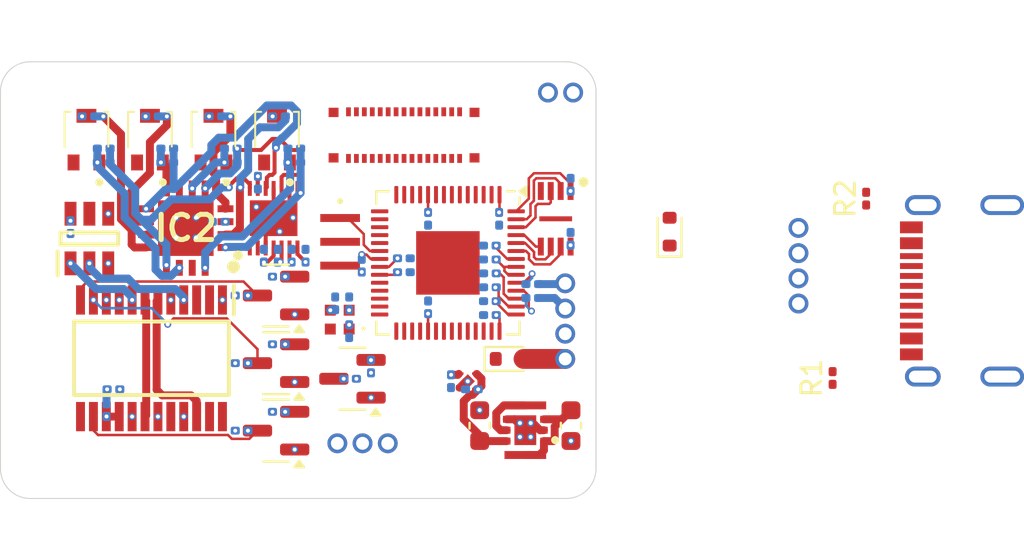
<source format=kicad_pcb>
(kicad_pcb (version 20240108) (generator "pcbnew") (generator_version "8.0")
  (layers (0 "F.Cu" signal) (1 "In1.Cu" signal) (2 "In2.Cu" signal) (31 "B.Cu" signal) (34 "B.Paste" user) (35 "F.Paste" user) (36 "B.SilkS" user "B.Silkscreen") (37 "F.SilkS" user "F.Silkscreen") (38 "B.Mask" user) (39 "F.Mask" user) (44 "Edge.Cuts" user))
  (net 0 "")
  (net 1 "GND")
  (net 2 "/VIN")
  (net 3 "+3V3")
  (net 4 "+5V")
  (net 5 "+3.3V")
  (net 6 "/VOUTA")
  (net 7 "/SPX_RAW")
  (net 8 "/VOUTC")
  (net 9 "/C2_RAW")
  (net 10 "/VOUTB")
  (net 11 "/SPY_RAW")
  (net 12 "/C4_RAW")
  (net 13 "/VOUTD")
  (net 14 "+1V1")
  (net 15 "/USB_VBUS_")
  (net 16 "/3DS_VBUS")
  (net 17 "Net-(IC1-L2)")
  (net 20 "/3DS_C4")
  (net 21 "/3DS_C2")
  (net 22 "/3DS_SPX")
  (net 23 "/3DS_SPY")
  (net 24 "Net-(IC3-FS0)")
  (net 25 "Net-(IC3-FS3(N.C.))")
  (net 26 "/I2C_SDA")
  (net 27 "/I2C_SCL")
  (net 28 "Net-(IC3-FS2(N.C.))")
  (net 29 "Net-(IC3-FS1)")
  (net 30 "/QSPI_SD3")
  (net 31 "/QSPI_SCLK")
  (net 32 "/QSPI_SD2")
  (net 33 "/QSPI_SS")
  (net 34 "/QSPI_SD1")
  (net 35 "/QSPI_SD0")
  (net 36 "Net-(IC5-WIPER)")
  (net 39 "Net-(IC6-WIPER)")
  (net 41 "Net-(IC7-WIPER)")
  (net 43 "Net-(IC8-WIPER)")
  (net 45 "/AGND")
  (net 46 "/3DS_TSXM")
  (net 47 "/3DS_TSYP")
  (net 48 "/3DS_TSXP")
  (net 49 "Net-(IC10-D)")
  (net 51 "/SPI_SCK_5V")
  (net 52 "Net-(IC9-A4)")
  (net 53 "/SPI_TX_5V")
  (net 54 "Net-(IC9-B4)")
  (net 55 "/3DS_TSYM")
  (net 57 "Net-(IC10-S)")
  (net 58 "/SPI_CS_5V")
  (net 59 "/SPST_IN")
  (net 61 "/USB_DP")
  (net 62 "/USB_DN")
  (net 63 "Net-(J1-CC1)")
  (net 64 "/USB_GND")
  (net 66 "/USB_VBUS")
  (net 68 "Net-(J1-CC2)")
  (net 69 "/USB_DN_")
  (net 70 "/USB_DP_")
  (net 71 "Net-(J4-Pin_2)")
  (net 72 "/SWCLK")
  (net 73 "/SWD")
  (net 74 "/3DS_BTN10")
  (net 75 "/3DS_BTN2")
  (net 76 "/3DS_BTN14")
  (net 77 "/3DS_BTN0")
  (net 78 "/3DS_BTN6")
  (net 79 "/3DS_BTN11")
  (net 80 "/3DS_BTN12")
  (net 81 "/3DS_BTN1")
  (net 82 "/3DS_BTN5")
  (net 83 "/3DS_BTN7")
  (net 84 "/3DS_BTN15")
  (net 85 "/3DS_BTN13")
  (net 86 "/3DS_BTN3")
  (net 87 "/3DS_BTN4")
  (net 88 "/3DS_BTN9")
  (net 89 "/3DS_BTN8")
  (net 90 "Net-(LED1-DIN)")
  (net 91 "Net-(LED1-DOUT)")
  (net 92 "/SPI_SCK")
  (net 93 "/SPI_CS")
  (net 94 "/SPI_TX")
  (net 95 "/LED_DIN")
  (net 96 "/LED_DIN_5V")
  (net 97 "Net-(Y1-OUTPUT)")
  (net 98 "/XOUT")
  (net 100 "Net-(U2-USB_DP)")
  (net 101 "Net-(U2-USB_DM)")
  (net 106 "/XIN")
  (footprint "Capacitor_SMD:C_0603_1608Metric" (layer "F.Cu") (at 174.14 88.33 90)
    (property "Reference" "C3" (hide yes))
    (property "Value" "10u")
  )
  (footprint "Package_DFN_QFN:QFN-56-1EP_7x7mm_P0.4mm_EP3.2x3.2mm" (layer "F.Cu") (at 172.54 80.1325 -90)
    (property "Reference" "U2" (hide yes))
    (property "Value" "RP2040")
  )
  (footprint "my_2171790001:2171790001" (layer "F.Cu") (at 195.315 81.54 90)
    (property "Reference" "J1" (hide yes))
    (property "Value" "2171790001")
  )
  (footprint "SK6805-EC15:SK6805EC15" (layer "F.Cu") (at 167.09 82.99 90)
    (property "Reference" "LED1" (hide yes))
    (property "Value" "SK6805-EC15" (hide yes))
  )
  (footprint "TC42X-2-102E:TC42X2102E" (layer "F.Cu") (at 158.18 75.0725)
    (property "Reference" "IC6" (hide yes))
    (property "Value" "TC42X-2-102E" (hide yes))
  )
  (footprint "AD8403ARUZ1-REEL:SOP65P640X120-24N" (layer "F.Cu") (at 157.60625 84.937047 -90)
    (property "Reference" "IC9" (hide yes))
    (property "Value" "AD8403ARUZ1-REEL" (hide yes))
  )
  (footprint "XCL103D503CR-G:XCL103D503CRG" (layer "F.Cu") (at 176.74 88.56 90)
    (property "Reference" "IC1" (hide yes))
    (property "Value" "XCL103D503CR-G" (hide yes))
  )
  (footprint "NCP167AMX330TBG:XDFN4_1X1_711AJ_ONS" (layer "F.Cu") (at 173.5414 86.09615)
    (property "Reference" "U1" (hide yes))
    (property "Value" "NCP167AMX330TBG")
  )
  (footprint "conn:PinHeader_1x02_P1.27mm_Vertical" (layer "F.Cu") (at 178.85 71.55 -90)
    (property "Reference" "J4" (hide yes))
    (property "Value" "Conn_01x02")
  )
  (footprint "Package_TO_SOT_SMD:SOT-23" (layer "F.Cu") (at 167.7325 85.97 180)
    (property "Reference" "Q4" (hide yes))
    (property "Value" "BSS138" (hide yes))
  )
  (footprint "TC42X-2-102E:TC42X2102E" (layer "F.Cu") (at 154.98 75.0725)
    (property "Reference" "IC8" (hide yes))
    (property "Value" "TC42X-2-102E" (hide yes))
  )
  (footprint "Package_TO_SOT_SMD:SOT-23" (layer "F.Cu") (at 163.88375 88.5825 180)
    (property "Reference" "Q1" (hide yes))
    (property "Value" "BSS138" (hide yes))
  )
  (footprint "DS4424N+T&R:SON40P300X300X80-15N" (layer "F.Cu") (at 163.76 77.88 90)
    (property "Reference" "IC3" (hide yes))
    (property "Value" "DS4424N+T&R" (hide yes))
  )
  (footprint "AWSCR-12.00CELA-C33-T3:AWSCR1200CELAC33T3" (layer "F.Cu") (at 167.11 79.07 -90)
    (property "Reference" "Y1" (hide yes))
    (property "Value" "AWSCR-12.00CELA-C10-T3" (hide yes))
  )
  (footprint "Resistor_SMD:R_0201_0603Metric" (layer "F.Cu") (at 191.92 85.93 90)
    (property "Reference" "R1")
    (property "Value" "5.1k")
  )
  (footprint "Resistor_SMD:R_0201_0603Metric" (layer "F.Cu") (at 193.61 76.895 90)
    (property "Reference" "R2")
    (property "Value" "5.1k")
  )
  (footprint "conn:PinHeader_1x04_P1.27mm_Vertical" (layer "F.Cu") (at 190.2 78.37)
    (property "Reference" "J2" (hide yes))
    (property "Value" "Conn_01x04")
  )
  (footprint "ADG801BRTZ-REEL7:SOT95P280X145-6N" (layer "F.Cu") (at 154.4775 78.905 90)
    (property "Reference" "IC10" (hide yes))
    (property "Value" "ADG801BRTZ-REEL7" (hide yes))
  )
  (footprint "Package_TO_SOT_SMD:SOT-23" (layer "F.Cu") (at 163.88375 81.775 180)
    (property "Reference" "Q3" (hide yes))
    (property "Value" "BSS138" (hide yes))
  )
  (footprint "MCP659-E_ML:QFN65P400X400X100-17N-D" (layer "F.Cu") (at 159.335 78.38 180)
    (property "Reference" "IC2")
    (property "Value" "MCP659-E_ML" (hide yes))
  )
  (footprint "TC42X-2-102E:TC42X2102E" (layer "F.Cu") (at 164.58 75.0725)
    (property "Reference" "IC5" (hide yes))
    (property "Value" "TC42X-2-102E" (hide yes))
  )
  (footprint "conn:PinHeader_1x04_P1.27mm_Vertical" (layer "F.Cu") (at 178.45 81.16)
    (property "Reference" "J3" (hide yes))
    (property "Value" "Conn_01x04")
  )
  (footprint "Package_TO_SOT_SMD:SOT-23" (layer "F.Cu") (at 163.88375 85.1825 180)
    (property "Reference" "Q2" (hide yes))
    (property "Value" "BSS138" (hide yes))
  )
  (footprint "Diode_SMD:D_SOD-523" (layer "F.Cu") (at 175.65 84.97)
    (property "Reference" "D1" (hide yes))
    (property "Value" "D_Schottky")
  )
  (footprint "conn:PinHeader_1x03_P1.27mm_Vertical" (layer "F.Cu") (at 169.51 89.22 -90)
    (property "Reference" "J5" (hide yes))
    (property "Value" "Conn_01x03")
  )
  (footprint "W25Q16JVUXIQ:SON50P300X200X60-9N" (layer "F.Cu") (at 177.97 77.91 -90)
    (property "Reference" "IC4" (hide yes))
    (property "Value" "W25Q16JVUXIQ" (hide yes))
  )
  (footprint "TC42X-2-102E:TC42X2102E" (layer "F.Cu") (at 161.38 75.0725)
    (property "Reference" "IC7" (hide yes))
    (property "Value" "TC42X-2-102E" (hide yes))
  )
  (footprint "5055503020:5055503020" (layer "F.Cu") (at 170.33 73.695 180)
    (property "Reference" "J6" (hide yes))
    (property "Value" "Conn_02x17_Counter_Clockwise")
  )
  (footprint "Capacitor_SMD:C_0603_1608Metric" (layer "F.Cu") (at 178.74 88.33 -90)
    (property "Reference" "C1" (hide yes))
    (property "Value" "10u")
  )
  (footprint "Diode_SMD:D_SOD-523" (layer "F.Cu") (at 183.71 78.5575 90)
    (property "Reference" "D2" (hide yes))
    (property "Value" "D_Schottky")
  )
  (footprint "Resistor_SMD:R_0201_0603Metric" (layer "B.Cu") (at 164.02125 87.6325)
    (property "Reference" "R22" (hide yes))
    (property "Value" "10k")
  )
  (footprint "Resistor_SMD:R_0201_0603Metric" (layer "B.Cu") (at 164.6675 79.77 -90)
    (property "Reference" "R5" (hide yes))
    (property "Value" "43k")
  )
  (footprint "Resistor_SMD:R_0201_0603Metric" (layer "B.Cu") (at 154.43 72.75 180)
    (property "Reference" "R16" (hide yes))
    (property "Value" "750")
  )
  (footprint "Resistor_SMD:R_0201_0603Metric" (layer "B.Cu") (at 168.66518 85.350178 90)
    (property "Reference" "R27" (hide yes))
    (property "Value" "10k")
  )
  (footprint "Capacitor_SMD:C_0201_0603Metric" (layer "B.Cu") (at 155.2 74.3725 180)
    (property "Reference" "C11" (hide yes))
    (property "Value" "10n")
  )
  (footprint "Capacitor_SMD:C_0201_0603Metric" (layer "B.Cu") (at 171.54 82.37 90)
    (property "Reference" "C21" (hide yes))
    (property "Value" "100n")
  )
  (footprint "Capacitor_SMD:C_0201_0603Metric" (layer "B.Cu") (at 178.72 78.92 90)
    (property "Reference" "C9" (hide yes))
    (property "Value" "100n")
  )
  (footprint "Resistor_SMD:R_0201_0603Metric" (layer "B.Cu") (at 162.14625 81.775)
    (property "Reference" "R28" (hide yes))
    (property "Value" "10k")
  )
  (footprint "Resistor_SMD:R_0201_0603Metric" (layer "B.Cu") (at 164.03 72.75 180)
    (property "Reference" "R9" (hide yes))
    (property "Value" "750")
  )
  (footprint "Capacitor_SMD:C_0201_0603Metric" (layer "B.Cu") (at 160.995 78.06)
    (property "Reference" "C2" (hide yes))
    (property "Value" "100n")
  )
  (footprint "Resistor_SMD:R_0201_0603Metric" (layer "B.Cu") (at 167.61 85.97 180)
    (property "Reference" "R29" (hide yes))
    (property "Value" "10k")
  )
  (footprint "Resistor_SMD:R_0201_0603Metric" (layer "B.Cu") (at 164.02125 84.2325)
    (property "Reference" "R23" (hide yes))
    (property "Value" "10k")
  )
  (footprint "Capacitor_SMD:C_0201_0603Metric" (layer "B.Cu") (at 173.745 86.5 180)
    (property "Reference" "C8" (hide yes))
    (property "Value" "1u")
  )
  (footprint "Resistor_SMD:R_0201_0603Metric" (layer "B.Cu") (at 165.3675 79.77 -90)
    (property "Reference" "R6" (hide yes))
    (property "Value" "43k")
  )
  (footprint "Capacitor_SMD:C_0201_0603Metric" (layer "B.Cu") (at 155.34125 87.549047 90)
    (property "Reference" "C19" (hide yes))
    (property "Value" "100n")
  )
  (footprint "Capacitor_SMD:C_0201_0603Metric" (layer "B.Cu") (at 174.65 79.96 180)
    (property "Reference" "C17" (hide yes))
    (property "Value" "100n")
  )
  (footprint "Resistor_SMD:R_0201_0603Metric" (layer "B.Cu") (at 164.8 75.075 180)
    (property "Reference" "R10" (hide yes))
    (property "Value" "1.2k")
  )
  (footprint "Capacitor_SMD:C_0201_0603Metric" (layer "B.Cu") (at 174.655 82.06 180)
    (property "Reference" "C25" (hide yes))
    (property "Value" "100n")
  )
  (footprint "Resistor_SMD:R_0201_0603Metric" (layer "B.Cu") (at 160.83 72.75 180)
    (property "Reference" "R14" (hide yes))
    (property "Value" "750")
  )
  (footprint "Resistor_SMD:R_0201_0603Metric" (layer "B.Cu") (at 168.2 80.27 -90)
    (property "Reference" "R8" (hide yes))
    (property "Value" "1k")
  )
  (footprint "Capacitor_SMD:C_0201_0603Metric" (layer "B.Cu") (at 174.655 81.36 180)
    (property "Reference" "C16" (hide yes))
    (property "Value" "1u")
  )
  (footprint "Capacitor_SMD:C_0201_0603Metric" (layer "B.Cu") (at 174.655 82.76 180)
    (property "Reference" "C20" (hide yes))
    (property "Value" "100n")
  )
  (footprint "Resistor_SMD:R_0201_0603Metric" (layer "B.Cu") (at 176.79 81.9 180)
    (property "Reference" "R20" (hide yes))
    (property "Value" "27")
  )
  (footprint "Resistor_SMD:R_0201_0603Metric" (layer "B.Cu") (at 157.63 72.75 180)
    (property "Reference" "R11" (hide yes))
    (property "Value" "750")
  )
  (footprint "Capacitor_SMD:C_0201_0603Metric" (layer "B.Cu") (at 175.12 77.91 -90)
    (property "Reference" "C24" (hide yes))
    (property "Value" "100n")
  )
  (footprint "Capacitor_SMD:C_0201_0603Metric" (layer "B.Cu") (at 172.695 86.09 -90)
    (property "Reference" "C4" (hide yes))
    (property "Value" "1u")
  )
  (footprint "Resistor_SMD:R_0201_0603Metric" (layer "B.Cu") (at 158.4 75.0725 180)
    (property "Reference" "R12" (hide yes))
    (property "Value" "43")
  )
  (footprint "Resistor_SMD:R_0201_0603Metric" (layer "B.Cu") (at 178.72 76.195 -90)
    (property "Reference" "R7" (hide yes))
    (property "Value" "1k")
  )
  (footprint "Capacitor_SMD:C_0201_0603Metric" (layer "B.Cu") (at 162.9675 76.09 -90)
    (property "Reference" "C5" (hide yes))
    (property "Value" "100n")
  )
  (footprint "Capacitor_SMD:C_0201_0603Metric" (layer "B.Cu") (at 170.32 79.9)
    (property "Reference" "C22" (hide yes))
    (property "Value" "100n")
  )
  (footprint "Resistor_SMD:R_0201_0603Metric" (layer "B.Cu") (at 167.565 83.57 90)
    (property "Reference" "R13" (hide yes))
    (property "Value" "510")
  )
  (footprint "Resistor_SMD:R_0201_0603Metric" (layer "B.Cu") (at 164.02125 80.825)
    (property "Reference" "R26" (hide yes))
    (property "Value" "10k")
  )
  (footprint "Capacitor_SMD:C_0201_0603Metric" (layer "B.Cu") (at 164.8 74.3725 180)
    (property "Reference" "C6" (hide yes))
    (property "Value" "10n")
  )
  (footprint "Resistor_SMD:R_0201_0603Metric" (layer "B.Cu") (at 163.2675 79.77 90)
    (property "Reference" "R3" (hide yes))
    (property "Value" "160k")
  )
  (footprint "Capacitor_SMD:C_0201_0603Metric" (layer "B.Cu") (at 174.65 79.26 180)
    (property "Reference" "C13" (hide yes))
    (property "Value" "100n")
  )
  (footprint "Capacitor_SMD:C_0201_0603Metric" (layer "B.Cu") (at 171.54 77.91 -90)
    (property "Reference" "C23" (hide yes))
    (property "Value" "100n")
  )
  (footprint "Capacitor_SMD:C_0201_0603Metric" (layer "B.Cu") (at 161.6 74.3725 180)
    (property "Reference" "C10" (hide yes))
    (property "Value" "10n")
  )
  (footprint "Resistor_SMD:R_0201_0603Metric" (layer "B.Cu") (at 155.2 75.0725 180)
    (property "Reference" "R17" (hide yes))
    (property "Value" "43")
  )
  (footprint "Resistor_SMD:R_0201_0603Metric" (layer "B.Cu") (at 166.86 82.17 90)
    (property "Reference" "R18" (hide yes))
    (property "Value" "510")
  )
  (footprint "Resistor_SMD:R_0201_0603Metric" (layer "B.Cu") (at 162.14625 88.5825)
    (property "Reference" "R24" (hide yes))
    (property "Value" "10k")
  )
  (footprint "Capacitor_SMD:C_0201_0603Metric" (layer "B.Cu") (at 170.32 80.6)
    (property "Reference" "C14" (hide yes))
    (property "Value" "100n")
  )
  (footprint "Capacitor_SMD:C_0201_0603Metric" (layer "B.Cu") (at 153.5275 78.33 -90)
    (property "Reference" "C18" (hide yes))
    (property "Value" "100n")
  )
  (footprint "Resistor_SMD:R_0201_0603Metric" (layer "B.Cu") (at 155.69125 86.499047 180)
    (property "Reference" "R21" (hide yes))
    (property "Value" "0")
  )
  (footprint "Resistor_SMD:R_0201_0603Metric" (layer "B.Cu") (at 162.14625 85.1825)
    (property "Reference" "R25" (hide yes))
    (property "Value" "10k")
  )
  (footprint "Capacitor_SMD:C_0201_0603Metric" (layer "B.Cu") (at 174.655 80.66 180)
    (property "Reference" "C15" (hide yes))
    (property "Value" "1u")
  )
  (footprint "Capacitor_SMD:C_0201_0603Metric" (layer "B.Cu") (at 158.4 74.3725 180)
    (property "Reference" "C7" (hide yes))
    (property "Value" "10n")
  )
  (footprint "Resistor_SMD:R_0201_0603Metric" (layer "B.Cu") (at 176.79 81.2 180)
    (property "Reference" "R19" (hide yes))
    (property "Value" "27")
  )
  (footprint "Resistor_SMD:R_0201_0603Metric" (layer "B.Cu") (at 163.9675 79.77 -90)
    (property "Reference" "R4" (hide yes))
    (property "Value" "160k")
  )
  (footprint "Capacitor_SMD:C_0201_0603Metric" (layer "B.Cu") (at 167.565 82.17 90)
    (property "Reference" "C12" (hide yes))
    (property "Value" "100n")
  )
  (footprint "Resistor_SMD:R_0201_0603Metric" (layer "B.Cu") (at 161.6 75.0725 180)
    (property "Reference" "R15" (hide yes))
    (property "Value" "1.2k")
  )
  (gr_arc (start 178.5 70) (mid 179.56066 70.43934) (end 180 71.5) (stroke (width 0.05)) (layer "Edge.Cuts"))
  (gr_line (start 178.5 70) (end 151.5 70) (stroke (width 0.05)) (layer "Edge.Cuts"))
  (gr_line (start 151.5 92) (end 178.5 92) (stroke (width 0.05)) (layer "Edge.Cuts"))
  (gr_line (start 150 71.5) (end 150 90.5) (stroke (width 0.05)) (layer "Edge.Cuts"))
  (gr_arc (start 180 90.5) (mid 179.56066 91.56066) (end 178.5 92) (stroke (width 0.05)) (layer "Edge.Cuts"))
  (gr_arc (start 150 71.5) (mid 150.43934 70.43934) (end 151.5 70) (stroke (width 0.05)) (layer "Edge.Cuts"))
  (gr_arc (start 151.5 92) (mid 150.43934 91.56066) (end 150 90.5) (stroke (width 0.05)) (layer "Edge.Cuts"))
  (gr_line (start 180 90.5) (end 180 71.5) (stroke (width 0.05)) (layer "Edge.Cuts"))
  (segment (start 176.18 88.27) (end 176.18 88.3) (width 0.4) (layer "F.Cu") (net 1))
  (segment (start 176.18 88.3) (end 176.14 88.26) (width 0.4) (layer "F.Cu") (net 1))
  (segment (start 176.17 88.62) (end 176.44 88.56) (width 0.4) (layer "F.Cu") (net 1))
  (segment (start 163.76 76.38) (end 163.76 77.88) (width 0.2) (layer "F.Cu") (net 1))
  (segment (start 158.7575 78.725) (end 158.7775 78.705) (width 0.4) (layer "F.Cu") (net 1))
  (segment (start 176.42 88.07) (end 176.53 88.26) (width 0.4) (layer "F.Cu") (net 1))
  (segment (start 159.01 78.84978) (end 159.2575 78.725) (width 0.4) (layer "F.Cu") (net 1))
  (segment (start 176.53 88.6) (end 176.52 88.61) (width 0.4) (layer "F.Cu") (net 1))
  (segment (start 178.74 89.105) (end 178.74 89.1) (width 0.127) (layer "F.Cu") (net 1))
  (segment (start 158.7375 78.705) (end 158.7575 78.725) (width 0.4) (layer "F.Cu") (net 1))
  (segment (start 164.56 76.38) (end 164.56 77.08) (width 0.2) (layer "F.Cu") (net 1))
  (segment (start 176.53 88.26) (end 176.53 88.31) (width 0.4) (layer "F.Cu") (net 1))
  (segment (start 176.15 88.27) (end 176.18 88.27) (width 0.4) (layer "F.Cu") (net 1))
  (segment (start 163.36 79.38) (end 163.36 78.28) (width 0.2) (layer "F.Cu") (net 1))
  (segment (start 173.5414 86.09615) (end 173.45885 86.09615) (width 0.4) (layer "F.Cu") (net 1))
  (segment (start 163.36 78.41478) (end 163.76 78.01478) (width 0.2) (layer "F.Cu") (net 1))
  (segment (start 159.2575 78.725) (end 159.2575 78.225) (width 0.4) (layer "F.Cu") (net 1))
  (segment (start 176.58 88.56) (end 176.44 88.56) (width 0.4) (layer "F.Cu") (net 1))
  (segment (start 176.88 88.26) (end 176.58 88.56) (width 0.4) (layer "F.Cu") (net 1))
  (segment (start 176.53 88.31) (end 176.42 88.42) (width 0.4) (layer "F.Cu") (net 1))
  (segment (start 158.7775 78.705) (end 159.01 78.705) (width 0.4) (layer "F.Cu") (net 1))
  (segment (start 176.53 88.53) (end 176.53 88.6) (width 0.4) (layer "F.Cu") (net 1))
  (segment (start 176.14 88.26) (end 176.42 88.07) (width 0.4) (layer "F.Cu") (net 1))
  (segment (start 176.42 88.77) (end 176.17 88.62) (width 0.4) (layer "F.Cu") (net 1))
  (segment (start 177.378 88.56) (end 177.18 88.56) (width 0.4) (layer "F.Cu") (net 1))
  (segment (start 175.503 88.01) (end 175.89 88.01) (width 0.4) (layer "F.Cu") (net 1))
  (segment (start 164.56 77.21478) (end 163.76 78.01478) (width 0.2) (layer "F.Cu") (net 1))
  (segment (start 176.42 88.42) (end 176.53 88.53) (width 0.4) (layer "F.Cu") (net 1))
  (segment (start 176.53 88.65) (end 176.42 88.77) (width 0.4) (layer "F.Cu") (net 1))
  (segment (start 159.2575 78.225) (end 159.335 78.52478) (width 0.4) (layer "F.Cu") (net 1))
  (segment (start 157.335 78.705) (end 158.7375 78.705) (width 0.4) (layer "F.Cu") (net 1))
  (segment (start 176.52 88.61) (end 176.53 88.62) (width 0.4) (layer "F.Cu") (net 1))
  (segment (start 173.45885 86.09615) (end 173.135 86.42) (width 0.4) (layer "F.Cu") (net 1))
  (segment (start 176.53 88.62) (end 176.53 88.65) (width 0.4) (layer "F.Cu") (net 1))
  (segment (start 174.14 87.555) (end 174.14 87.55) (width 0.127) (layer "F.Cu") (net 1))
  (segment (start 175.89 88.01) (end 176.15 88.27) (width 0.4) (layer "F.Cu") (net 1))
  (segment (start 177.18 88.56) (end 176.88 88.26) (width 0.4) (layer "F.Cu") (net 1))
  (via (at 159.8475 78.855) (size 0.35) (drill 0.2) (layers "F.Cu" "B.Cu") (net 1))
  (via (at 164.7375 77.855) (size 0.35) (drill 0.2) (layers "F.Cu" "B.Cu") (net 1))
  (via (at 162.8875 77.315) (size 0.35) (drill 0.2) (layers "F.Cu" "B.Cu") (net 1))
  (via (at 176.71 88.9) (size 0.35) (drill 0.2) (layers "F.Cu" "B.Cu") (net 1))
  (via (at 159.8475 77.855) (size 0.35) (drill 0.2) (layers "F.Cu" "B.Cu") (net 1))
  (via (at 158.8475 78.855) (size 0.35) (drill 0.2) (layers "F.Cu" "B.Cu") (net 1))
  (via (at 174.14 87.55) (size 0.35) (drill 0.2) (layers "F.Cu" "B.Cu") (net 1))
  (via (at 176.17 88.9) (size 0.35) (drill 0.2) (layers "F.Cu" "B.Cu") (net 1))
  (via (at 155.37125 86.499047) (size 0.35) (drill 0.2) (layers "F.Cu" "B.Cu") (net 1))
  (via (at 176.17 88.2) (size 0.35) (drill 0.2) (layers "F.Cu" "B.Cu") (net 1))
  (via (at 155.4275 80.155) (size 0.35) (drill 0.2) (layers "F.Cu" "B.Cu") (net 1))
  (via (at 164.0675 78.555) (size 0.35) (drill 0.2) (layers "F.Cu" "B.Cu") (net 1))
  (via (at 178.74 89.1) (size 0.35) (drill 0.2) (layers "F.Cu" "B.Cu") (net 1))
  (via (at 155.98125 81.999047) (size 0.35) (drill 0.2) (layers "F.Cu" "B.Cu") (net 1))
  (via (at 153.5275 78.65) (size 0.35) (drill 0.2) (layers "F.Cu" "B.Cu") (net 1))
  (via (at 173.5414 86.09615) (size 0.35) (drill 0.2) (layers "F.Cu" "B.Cu") (net 1))
  (via (at 176.71 88.2) (size 0.35) (drill 0.2) (layers "F.Cu" "B.Cu") (net 1))
  (via (at 158.8475 77.855) (size 0.35) (drill 0.2) (layers "F.Cu" "B.Cu") (net 1))
  (segment (start 155.34125 87.229047) (end 155.34125 86.529047) (width 0.4) (layer "B.Cu") (net 1))
  (segment (start 155.34125 86.529047) (end 155.37125 86.499047) (width 0.4) (layer "B.Cu") (net 1))
  (segment (start 177.92 88.375) (end 178.74 87.555) (width 0.4) (layer "F.Cu") (net 2))
  (segment (start 177.8445 89.11) (end 177.92 89.0345) (width 0.4) (layer "F.Cu") (net 2))
  (segment (start 177.378 88.01) (end 178.285 88.01) (width 0.4) (layer "F.Cu") (net 2))
  (segment (start 177.378 89.11) (end 177.378 89.576) (width 0.4) (layer "F.Cu") (net 2))
  (segment (start 177.378 89.11) (end 177.8445 89.11) (width 0.4) (layer "F.Cu") (net 2))
  (segment (start 178.285 88.01) (end 178.74 87.555) (width 0.4) (layer "F.Cu") (net 2))
  (segment (start 177.144 89.81) (end 176.44 89.81) (width 0.4) (layer "F.Cu") (net 2))
  (segment (start 177.92 89.0345) (end 177.92 88.375) (width 0.4) (layer "F.Cu") (net 2))
  (segment (start 177.378 89.576) (end 177.144 89.81) (width 0.4) (layer "F.Cu") (net 2))
  (segment (start 162.96 76.38) (end 162.96 75.7775) (width 0.2) (layer "F.Cu") (net 3))
  (segment (start 175.6125 82.7325) (end 175.9775 82.7325) (width 0.127) (layer "F.Cu") (net 3))
  (segment (start 171.54 76.695) (end 171.54 77.59) (width 0.127) (layer "F.Cu") (net 3))
  (segment (start 175.14 83.57) (end 175.14 82.925) (width 0.127) (layer "F.Cu") (net 3))
  (segment (start 175.9775 80.3325) (end 175.3425 80.3325) (width 0.127) (layer "F.Cu") (net 3))
  (segment (start 169.5675 80.3325) (end 170 79.9) (width 0.127) (layer "F.Cu") (net 3))
  (segment (start 175.5725 82.7325) (end 174.935 82.095) (width 0.127) (layer "F.Cu") (net 3))
  (segment (start 175.3425 80.3325) (end 175.3885 80.3785) (width 0.127) (layer "F.Cu") (net 3))
  (segment (start 175.0955 81.5355) (end 175.0955 81.829504) (width 0.127) (layer "F.Cu") (net 3))
  (segment (start 175.0955 81.829504) (end 175.598496 82.3325) (width 0.127) (layer "F.Cu") (net 3))
  (segment (start 175.3425 80.3325) (end 174.97 79.96) (width 0.127) (layer "F.Cu") (net 3))
  (segment (start 175.3885 80.53929) (end 175.58171 80.7325) (width 0.127) (layer "F.Cu") (net 3))
  (segment (start 175.3885 80.3785) (end 175.3885 80.53929) (width 0.127) (layer "F.Cu") (net 3))
  (segment (start 175.14 82.925) (end 174.975 82.76) (width 0.127) (layer "F.Cu") (net 3))
  (segment (start 175.9775 82.7325) (end 175.5725 82.7325) (width 0.127) (layer "F.Cu") (net 3))
  (segment (start 175.14 76.695) (end 175.14 77.57) (width 0.127) (layer "F.Cu") (net 3))
  (segment (start 174.975 82.06) (end 174.975 82.095) (width 0.127) (layer "F.Cu") (net 3))
  (segment (start 175.58171 80.7325) (end 175.9775 80.7325) (width 0.127) (layer "F.Cu") (net 3))
  (segment (start 175.598496 82.3325) (end 175.9775 82.3325) (width 0.127) (layer "F.Cu") (net 3))
  (segment (start 174.93 81.37) (end 175.0955 81.5355) (width 0.127) (layer "F.Cu") (net 3))
  (segment (start 169.1025 80.3325) (end 169.5675 80.3325) (width 0.127) (layer "F.Cu") (net 3))
  (segment (start 171.54 83.57) (end 171.54 82.69) (width 0.127) (layer "F.Cu") (net 3))
  (segment (start 153.5275 77.655) (end 153.5275 77.66) (width 0.2) (layer "F.Cu") (net 3))
  (segment (start 175.14 77.57) (end 175.12 77.59) (width 0.127) (layer "F.Cu") (net 3))
  (segment (start 174.935 82.095) (end 174.935 82.06) (width 0.127) (layer "F.Cu") (net 3))
  (segment (start 178.72 79.31) (end 178.72 79.24) (width 0.127) (layer "F.Cu") (net 3))
  (segment (start 162.96 75.7775) (end 162.9675 75.77) (width 0.2) (layer "F.Cu") (net 3))
  (via (at 171.54 82.69) (size 0.35) (drill 0.2) (layers "F.Cu" "B.Cu") (net 3))
  (via (at 171.54 77.59) (size 0.35) (drill 0.2) (layers "F.Cu" "B.Cu") (net 3))
  (via (at 153.5275 78.01) (size 0.35) (drill 0.2) (layers "F.Cu" "B.Cu") (net 3))
  (via (at 178.72 79.24) (size 0.35) (drill 0.2) (layers "F.Cu" "B.Cu") (net 3))
  (via (at 174.97 79.96) (size 0.35) (drill 0.2) (layers "F.Cu" "B.Cu") (net 3))
  (via (at 162.9675 75.77) (size 0.35) (drill 0.2) (layers "F.Cu" "B.Cu") (net 3))
  (via (at 161.335 78.055) (size 0.35) (drill 0.2) (layers "F.Cu" "B.Cu") (net 3))
  (via (at 174.935 82.06) (size 0.35) (drill 0.2) (layers "F.Cu" "B.Cu") (net 3))
  (via (at 170 79.9) (size 0.35) (drill 0.2) (layers "F.Cu" "B.Cu") (net 3))
  (via (at 175.12 77.59) (size 0.35) (drill 0.2) (layers "F.Cu" "B.Cu") (net 3))
  (via (at 174.975 82.76) (size 0.35) (drill 0.2) (layers "F.Cu" "B.Cu") (net 3))
  (via (at 174.93 81.37) (size 0.35) (drill 0.2) (layers "F.Cu" "B.Cu") (net 3))
  (segment (start 161.315 78.06) (end 161.33 78.06) (width 0.127) (layer "B.Cu") (net 3))
  (segment (start 174.94 81.36) (end 174.93 81.37) (width 0.127) (layer "B.Cu") (net 3))
  (segment (start 174.975 81.36) (end 174.94 81.36) (width 0.127) (layer "B.Cu") (net 3))
  (segment (start 161.33 78.06) (end 161.335 78.055) (width 0.127) (layer "B.Cu") (net 3))
  (segment (start 174.14 88.81688) (end 173.338 88.01488) (width 0.4) (layer "F.Cu") (net 4))
  (segment (start 174.065 86.5) (end 174.22761 86.33739) (width 0.4) (layer "F.Cu") (net 4))
  (segment (start 173.787 86.778) (end 174.065 86.5) (width 0.4) (layer "F.Cu") (net 4))
  (segment (start 173.338 88.01488) (end 173.338 87.09512) (width 0.4) (layer "F.Cu") (net 4))
  (segment (start 173.65512 86.778) (end 173.787 86.778) (width 0.4) (layer "F.Cu") (net 4))
  (segment (start 174.14 89.105) (end 174.14 88.81688) (width 0.4) (layer "F.Cu") (net 4))
  (segment (start 174.22761 86.33739) (end 174.22761 85.960702) (width 0.4) (layer "F.Cu") (net 4))
  (segment (start 173.338 87.09512) (end 173.65512 86.778) (width 0.4) (layer "F.Cu") (net 4))
  (segment (start 155.98125 87.875047) (end 155.33125 87.875047) (width 0.4) (layer "F.Cu") (net 4))
  (segment (start 174.145 89.11) (end 174.14 89.105) (width 0.4) (layer "F.Cu") (net 4))
  (segment (start 155.33125 87.875047) (end 155.33525 87.875047) (width 0.2) (layer "F.Cu") (net 4))
  (segment (start 155.33525 87.875047) (end 155.34125 87.869047) (width 0.2) (layer "F.Cu") (net 4))
  (segment (start 175.503 89.11) (end 174.145 89.11) (width 0.4) (layer "F.Cu") (net 4))
  (segment (start 174.22761 85.960702) (end 173.993504 85.726596) (width 0.4) (layer "F.Cu") (net 4))
  (via (at 174.065 86.5) (size 0.35) (drill 0.2) (layers "F.Cu" "B.Cu") (net 4))
  (via (at 161.82625 88.5825) (size 0.35) (drill 0.2) (layers "F.Cu" "B.Cu") (net 4))
  (via (at 167.93 85.97) (size 0.35) (drill 0.2) (layers "F.Cu" "B.Cu") (net 4))
  (via (at 161.82625 81.775) (size 0.35) (drill 0.2) (layers "F.Cu" "B.Cu") (net 4))
  (via (at 155.34125 87.869047) (size 0.35) (drill 0.2) (layers "F.Cu" "B.Cu") (net 4))
  (via (at 161.82625 85.1825) (size 0.35) (drill 0.2) (layers "F.Cu" "B.Cu") (net 4))
  (via (at 155.33125 81.999047) (size 0.35) (drill 0.2) (layers "F.Cu" "B.Cu") (net 4))
  (via (at 167.565 82.515) (size 0.35) (drill 0.2) (layers "F.Cu" "B.Cu") (net 4))
  (segment (start 173.039709 85.77) (end 173.086205 85.723504) (width 0.4) (layer "F.Cu") (net 5))
  (segment (start 172.7 85.77) (end 173.039709 85.77) (width 0.4) (layer "F.Cu") (net 5))
  (via (at 163.70125 84.2325) (size 0.35) (drill 0.2) (layers "F.Cu" "B.Cu") (net 5))
  (via (at 168.66518 85.670178) (size 0.35) (drill 0.2) (layers "F.Cu" "B.Cu") (net 5))
  (via (at 163.70125 87.6325) (size 0.35) (drill 0.2) (layers "F.Cu" "B.Cu") (net 5))
  (via (at 168.67 86.92) (size 0.35) (drill 0.2) (layers "F.Cu" "B.Cu") (net 5))
  (via (at 163.70125 80.825) (size 0.35) (drill 0.2) (layers "F.Cu" "B.Cu") (net 5))
  (via (at 164.82125 86.1325) (size 0.35) (drill 0.2) (layers "F.Cu" "B.Cu") (net 5))
  (via (at 172.7 85.77) (size 0.35) (drill 0.2) (layers "F.Cu" "B.Cu") (net 5))
  (via (at 164.82125 82.725) (size 0.35) (drill 0.2) (layers "F.Cu" "B.Cu") (net 5))
  (via (at 164.82125 89.5325) (size 0.35) (drill 0.2) (layers "F.Cu" "B.Cu") (net 5))
  (segment (start 172.695 85.77) (end 172.7 85.77) (width 0.4) (layer "B.Cu") (net 5))
  (via (at 164.48 75.075) (size 0.35) (drill 0.2) (layers "F.Cu" "B.Cu") (net 6))
  (via (at 160.31 80.38) (size 0.35) (drill 0.2) (layers "F.Cu" "B.Cu") (net 6))
  (segment (start 164.593 75.38464) (end 164.48 75.27164) (width 0.4) (layer "B.Cu") (net 6))
  (segment (start 164.48 74.3725) (end 164.48 75.075) (width 0.4) (layer "B.Cu") (net 6))
  (segment (start 160.31 80.38) (end 160.31 79.602182) (width 0.4) (layer "B.Cu") (net 6))
  (segment (start 164.48 75.27164) (end 164.48 75.075) (width 0.4) (layer "B.Cu") (net 6))
  (segment (start 162.18471 78.8) (end 164.593 76.39171) (width 0.4) (layer "B.Cu") (net 6))
  (segment (start 164.593 76.39171) (end 164.593 75.38464) (width 0.4) (layer "B.Cu") (net 6))
  (segment (start 160.31 79.602182) (end 161.112182 78.8) (width 0.4) (layer "B.Cu") (net 6))
  (segment (start 161.112182 78.8) (end 162.18471 78.8) (width 0.4) (layer "B.Cu") (net 6))
  (segment (start 164.96 76.450001) (end 164.96 76.38) (width 0.2) (layer "F.Cu") (net 7))
  (segment (start 165.12 76.610001) (end 164.96 76.450001) (width 0.2) (layer "F.Cu") (net 7))
  (via (at 161.335 79.355) (size 0.35) (drill 0.2) (layers "F.Cu" "B.Cu") (net 7))
  (via (at 165.12 76.610001) (size 0.35) (drill 0.2) (layers "F.Cu" "B.Cu") (net 7))
  (segment (start 165.12 74.3725) (end 165.12 75.075) (width 0.4) (layer "B.Cu") (net 7))
  (segment (start 161.363 79.327) (end 161.335 79.355) (width 0.4) (layer "B.Cu") (net 7))
  (segment (start 165.12 76.610001) (end 162.403001 79.327) (width 0.4) (layer "B.Cu") (net 7))
  (segment (start 165.12 76.610001) (end 165.12 75.075) (width 0.4) (layer "B.Cu") (net 7))
  (segment (start 162.403001 79.327) (end 161.363 79.327) (width 0.4) (layer "B.Cu") (net 7))
  (segment (start 158.36 75.2525) (end 158.18 75.0725) (width 0.4) (layer "F.Cu") (net 8))
  (segment (start 158.36 76.38) (end 158.36 75.2525) (width 0.4) (layer "F.Cu") (net 8))
  (via (at 158.08 75.0725) (size 0.35) (drill 0.2) (layers "F.Cu" "B.Cu") (net 8))
  (segment (start 158.08 74.3725) (end 158.08 75.0725) (width 0.4) (layer "B.Cu") (net 8))
  (segment (start 163.36 76.38) (end 163.4175 76.3225) (width 0.2) (layer "F.Cu") (net 9))
  (segment (start 163.553 75.6995) (end 163.693 75.6995) (width 0.2) (layer "F.Cu") (net 9))
  (segment (start 163.8075 74.405) (end 163.8775 74.335) (width 0.2) (layer "F.Cu") (net 9))
  (segment (start 163.4175 76.3225) (end 163.4175 75.835) (width 0.2) (layer "F.Cu") (net 9))
  (segment (start 163.693 75.6995) (end 163.8075 75.585) (width 0.2) (layer "F.Cu") (net 9))
  (segment (start 163.8075 75.585) (end 163.8075 74.405) (width 0.2) (layer "F.Cu") (net 9))
  (segment (start 163.4175 75.835) (end 163.553 75.6995) (width 0.2) (layer "F.Cu") (net 9))
  (via (at 157.335 77.405) (size 0.35) (drill 0.2) (layers "F.Cu" "B.Cu") (net 9))
  (via (at 163.8775 74.335) (size 0.35) (drill 0.2) (layers "F.Cu" "B.Cu") (net 9))
  (segment (start 158.763891 76.403) (end 158.72 76.403) (width 0.4) (layer "B.Cu") (net 9))
  (segment (start 164.93625 72.49961) (end 164.63664 72.2) (width 0.4) (layer "B.Cu") (net 9))
  (segment (start 164.63664 72.2) (end 163.42125 72.2) (width 0.4) (layer "B.Cu") (net 9))
  (segment (start 164.21493 73.827) (end 164.93625 73.10568) (width 0.4) (layer "B.Cu") (net 9))
  (segment (start 163.42125 72.2) (end 161.79875 73.8225) (width 0.4) (layer "B.Cu") (net 9))
  (segment (start 157.335 77.405) (end 158.337 76.403) (width 0.4) (layer "B.Cu") (net 9))
  (segment (start 160.99336 73.8225) (end 160.621391 74.194469) (width 0.4) (layer "B.Cu") (net 9))
  (segment (start 164.93625 73.10568) (end 164.93625 72.49961) (width 0.4) (layer "B.Cu") (net 9))
  (segment (start 158.72 76.403) (end 158.72 75.0725) (width 0.4) (layer "B.Cu") (net 9))
  (segment (start 163.8775 74.13836) (end 164.18886 73.827) (width 0.4) (layer "B.Cu") (net 9))
  (segment (start 160.621391 74.5455) (end 158.763891 76.403) (width 0.4) (layer "B.Cu") (net 9))
  (segment (start 158.337 76.403) (end 158.72 76.403) (width 0.4) (layer "B.Cu") (net 9))
  (segment (start 158.72 74.3725) (end 158.72 75.0725) (width 0.4) (layer "B.Cu") (net 9))
  (segment (start 163.8775 74.335) (end 163.8775 74.13836) (width 0.4) (layer "B.Cu") (net 9))
  (segment (start 164.18886 73.827) (end 164.21493 73.827) (width 0.4) (layer "B.Cu") (net 9))
  (segment (start 160.621391 74.194469) (end 160.621391 74.5455) (width 0.4) (layer "B.Cu") (net 9))
  (segment (start 161.79875 73.8225) (end 160.99336 73.8225) (width 0.4) (layer "B.Cu") (net 9))
  (via (at 161.28 75.0725) (size 0.35) (drill 0.2) (layers "F.Cu" "B.Cu") (net 10))
  (via (at 159.66 76.38) (size 0.35) (drill 0.2) (layers "F.Cu" "B.Cu") (net 10))
  (segment (start 161.28 74.3725) (end 161.28 75.0725) (width 0.4) (layer "B.Cu") (net 10))
  (segment (start 160.839682 75.0725) (end 161.28 75.0725) (width 0.4) (layer "B.Cu") (net 10))
  (segment (start 159.66 76.38) (end 159.66 76.252182) (width 0.4) (layer "B.Cu") (net 10))
  (segment (start 159.66 76.252182) (end 160.839682 75.0725) (width 0.4) (layer "B.Cu") (net 10))
  (segment (start 161.92 74.3725) (end 161.993 74.4455) (width 0.2) (layer "F.Cu") (net 11))
  (segment (start 164.993 75.6995) (end 164.2655 75.6995) (width 0.2) (layer "F.Cu") (net 11))
  (segment (start 164.063897 73.885) (end 164.624397 74.4455) (width 0.2) (layer "F.Cu") (net 11))
  (segment (start 165.1175 74.585) (end 165.1175 75.575) (width 0.2) (layer "F.Cu") (net 11))
  (segment (start 164.978 74.4455) (end 165.1175 74.585) (width 0.2) (layer "F.Cu") (net 11))
  (segment (start 164.16 75.805) (end 164.16 76.38) (width 0.2) (layer "F.Cu") (net 11))
  (segment (start 161.993 74.4455) (end 163.130603 74.4455) (width 0.2) (layer "F.Cu") (net 11))
  (segment (start 163.130603 74.4455) (end 163.691103 73.885) (width 0.2) (layer "F.Cu") (net 11))
  (segment (start 164.2655 75.6995) (end 164.16 75.805) (width 0.2) (layer "F.Cu") (net 11))
  (segment (start 165.1175 75.575) (end 164.993 75.6995) (width 0.2) (layer "F.Cu") (net 11))
  (segment (start 163.691103 73.885) (end 164.063897 73.885) (width 0.2) (layer "F.Cu") (net 11))
  (segment (start 164.624397 74.4455) (end 164.978 74.4455) (width 0.2) (layer "F.Cu") (net 11))
  (via (at 161.92 74.3725) (size 0.35) (drill 0.2) (layers "F.Cu" "B.Cu") (net 11))
  (via (at 160.31 76.38) (size 0.35) (drill 0.2) (layers "F.Cu" "B.Cu") (net 11))
  (segment (start 161.052182 75.6225) (end 160.31 76.364682) (width 0.4) (layer "B.Cu") (net 11))
  (segment (start 161.92 75.26914) (end 161.56664 75.6225) (width 0.4) (layer "B.Cu") (net 11))
  (segment (start 160.31 76.364682) (end 160.31 76.38) (width 0.4) (layer "B.Cu") (net 11))
  (segment (start 161.92 74.3725) (end 161.92 75.0725) (width 0.4) (layer "B.Cu") (net 11))
  (segment (start 161.92 75.0725) (end 161.92 75.26914) (width 0.4) (layer "B.Cu") (net 11))
  (segment (start 161.56664 75.6225) (end 161.052182 75.6225) (width 0.4) (layer "B.Cu") (net 11))
  (segment (start 161.51 76.26) (end 161.51 76.33) (width 0.2) (layer "F.Cu") (net 12))
  (segment (start 162.56 76.173603) (end 162.256397 75.87) (width 0.2) (layer "F.Cu") (net 12))
  (segment (start 161.9 75.87) (end 161.51 76.26) (width 0.2) (layer "F.Cu") (net 12))
  (segment (start 162.56 76.38) (end 162.56 76.173603) (width 0.2) (layer "F.Cu") (net 12))
  (segment (start 162.256397 75.87) (end 161.9 75.87) (width 0.2) (layer "F.Cu") (net 12))
  (via (at 161.51 76.33) (size 0.35) (drill 0.2) (layers "F.Cu" "B.Cu") (net 12))
  (via (at 158.36 80.24) (size 0.35) (drill 0.2) (layers "F.Cu" "B.Cu") (net 12))
  (segment (start 158.36 80.24) (end 158.36 79.207818) (width 0.4) (layer "B.Cu") (net 12))
  (segment (start 157.58625 77.955) (end 157.107182 77.955) (width 0.4) (layer "B.Cu") (net 12))
  (segment (start 158.36 79.207818) (end 156.785 77.632818) (width 0.4) (layer "B.Cu") (net 12))
  (segment (start 156.785 77.632818) (end 156.785 76.428849) (width 0.4) (layer "B.Cu") (net 12))
  (segment (start 157.107182 77.955) (end 157.066716 77.914534) (width 0.4) (layer "B.Cu") (net 12))
  (segment (start 161.14125 76.33) (end 160.54125 76.93) (width 0.4) (layer "B.Cu") (net 12))
  (segment (start 160.54125 76.93) (end 158.61125 76.93) (width 0.4) (layer "B.Cu") (net 12))
  (segment (start 161.51 76.33) (end 161.14125 76.33) (width 0.4) (layer "B.Cu") (net 12))
  (segment (start 155.52 74.3725) (end 155.52 75.0725) (width 0.4) (layer "B.Cu") (net 12))
  (segment (start 156.785 76.428849) (end 155.52 75.163849) (width 0.4) (layer "B.Cu") (net 12))
  (segment (start 158.61125 76.93) (end 157.58625 77.955) (width 0.4) (layer "B.Cu") (net 12))
  (segment (start 155.52 75.163849) (end 155.52 75.0725) (width 0.4) (layer "B.Cu") (net 12))
  (segment (start 157.007182 77.855) (end 156.785 77.632818) (width 0.2) (layer "B.Cu") (net 12))
  (via (at 154.88 75.0725) (size 0.35) (drill 0.2) (layers "F.Cu" "B.Cu") (net 13))
  (via (at 159.01 80.38) (size 0.35) (drill 0.2) (layers "F.Cu" "B.Cu") (net 13))
  (segment (start 154.88 75.26914) (end 154.88 75.0725) (width 0.4) (layer "B.Cu") (net 13))
  (segment (start 158.587818 80.79) (end 158.132182 80.79) (width 0.4) (layer "B.Cu") (net 13))
  (segment (start 156.258 77.851108) (end 156.258 76.64714) (width 0.4) (layer "B.Cu") (net 13))
  (segment (start 154.88 74.3725) (end 154.88 75.0725) (width 0.4) (layer "B.Cu") (net 13))
  (segment (start 157.81 80.467818) (end 157.81 79.403109) (width 0.4) (layer "B.Cu") (net 13))
  (segment (start 159.01 80.38) (end 158.997818 80.38) (width 0.4) (layer "B.Cu") (net 13))
  (segment (start 157.81 79.403109) (end 156.87 78.463108) (width 0.4) (layer "B.Cu") (net 13))
  (segment (start 158.997818 80.38) (end 158.587818 80.79) (width 0.4) (layer "B.Cu") (net 13))
  (segment (start 156.87 78.463108) (end 156.258 77.851108) (width 0.4) (layer "B.Cu") (net 13))
  (segment (start 158.132182 80.79) (end 157.81 80.467818) (width 0.4) (layer "B.Cu") (net 13))
  (segment (start 156.258 76.64714) (end 154.88 75.26914) (width 0.4) (layer "B.Cu") (net 13))
  (segment (start 175.15 80.66) (end 174.975 80.66) (width 0.127) (layer "F.Cu") (net 14))
  (segment (start 169.8675 80.7325) (end 170 80.6) (width 0.127) (layer "F.Cu") (net 14))
  (segment (start 175.3495 80.8595) (end 175.15 80.66) (width 0.127) (layer "F.Cu") (net 14))
  (segment (start 175.598496 81.9325) (end 175.3495 81.683504) (width 0.127) (layer "F.Cu") (net 14))
  (segment (start 175.9775 81.9325) (end 175.598496 81.9325) (width 0.127) (layer "F.Cu") (net 14))
  (segment (start 169.1025 80.7325) (end 169.8675 80.7325) (width 0.127) (layer "F.Cu") (net 14))
  (segment (start 175.9775 79.9325) (end 175.527278 79.9325) (width 0.127) (layer "F.Cu") (net 14))
  (segment (start 174.97 79.375222) (end 174.97 79.26) (width 0.127) (layer "F.Cu") (net 14))
  (segment (start 175.3495 81.683504) (end 175.3495 80.8595) (width 0.127) (layer "F.Cu") (net 14))
  (segment (start 175.527278 79.9325) (end 174.97 79.375222) (width 0.127) (layer "F.Cu") (net 14))
  (via (at 170 80.6) (size 0.35) (drill 0.2) (layers "F.Cu" "B.Cu") (net 14))
  (via (at 174.97 79.26) (size 0.35) (drill 0.2) (layers "F.Cu" "B.Cu") (net 14))
  (via (at 174.975 80.66) (size 0.35) (drill 0.2) (layers "F.Cu" "B.Cu") (net 14))
  (segment (start 176.35 84.97) (end 178.45 84.97) (width 1) (layer "F.Cu") (net 15))
  (segment (start 175.36 87.31) (end 176.44 87.31) (width 0.4) (layer "F.Cu") (net 17))
  (segment (start 175.503 88.56) (end 175.19 88.56) (width 0.4) (layer "F.Cu") (net 17))
  (segment (start 174.976 87.694) (end 175.36 87.31) (width 0.4) (layer "F.Cu") (net 17))
  (segment (start 175.19 88.56) (end 174.976 88.346) (width 0.4) (layer "F.Cu") (net 17))
  (segment (start 174.976 88.346) (end 174.976 87.694) (width 0.4) (layer "F.Cu") (net 17))
  (segment (start 157.335 79.355) (end 156.756 79.355) (width 0.4) (layer "F.Cu") (net 20))
  (segment (start 156.756 79.355) (end 156.608 79.207) (width 0.4) (layer "F.Cu") (net 20))
  (segment (start 156.0705 77.933291) (end 156.0705 73.6405) (width 0.4) (layer "F.Cu") (net 20))
  (segment (start 156.608 78.470791) (end 156.0705 77.933291) (width 0.4) (layer "F.Cu") (net 20))
  (segment (start 156.608 79.207) (end 156.608 78.470791) (width 0.4) (layer "F.Cu") (net 20))
  (segment (start 156.0705 73.6405) (end 155.18 72.75) (width 0.4) (layer "F.Cu") (net 20))
  (via (at 155.18 72.75) (size 0.35) (drill 0.2) (layers "F.Cu" "B.Cu") (net 20))
  (segment (start 155.18 72.75) (end 154.75 72.75) (width 0.4) (layer "B.Cu") (net 20))
  (segment (start 156.5975 77.715) (end 156.5975 76.525) (width 0.4) (layer "F.Cu") (net 21))
  (segment (start 157.5275 75.595) (end 157.5275 74.0525) (width 0.4) (layer "F.Cu") (net 21))
  (segment (start 157.335 78.055) (end 156.9375 78.055) (width 0.4) (layer "F.Cu") (net 21))
  (segment (start 156.5975 76.525) (end 157.5275 75.595) (width 0.4) (layer "F.Cu") (net 21))
  (segment (start 157.5275 74.0525) (end 158.38 73.2) (width 0.4) (layer "F.Cu") (net 21))
  (segment (start 156.9375 78.055) (end 156.5975 77.715) (width 0.4) (layer "F.Cu") (net 21))
  (segment (start 158.38 73.2) (end 158.38 72.75) (width 0.4) (layer "F.Cu") (net 21))
  (via (at 158.38 72.75) (size 0.35) (drill 0.2) (layers "F.Cu" "B.Cu") (net 21))
  (segment (start 158.38 72.75) (end 157.95 72.75) (width 0.4) (layer "B.Cu") (net 21))
  (segment (start 161.335 78.705) (end 161.725 78.705) (width 0.4) (layer "F.Cu") (net 22))
  (segment (start 161.725 78.705) (end 162.062 78.368) (width 0.4) (layer "F.Cu") (net 22))
  (segment (start 162.062 78.368) (end 162.062 76.348) (width 0.4) (layer "F.Cu") (net 22))
  (segment (start 162.062 76.348) (end 162.08 76.33) (width 0.4) (layer "F.Cu") (net 22))
  (via (at 162.08 76.33) (size 0.35) (drill 0.2) (layers "F.Cu" "B.Cu") (net 22))
  (segment (start 163.99664 73.3) (end 164.35 72.94664) (width 0.4) (layer "B.Cu") (net 22))
  (segment (start 162.08 76.33) (end 162.08 75.854431) (width 0.4) (layer "B.Cu") (net 22))
  (segment (start 162.477 75.457431) (end 162.477 73.89165) (width 0.4) (layer "B.Cu") (net 22))
  (segment (start 164.35 72.94664) (end 164.35 72.75) (width 0.4) (layer "B.Cu") (net 22))
  (segment (start 163.06865 73.3) (end 163.99664 73.3) (width 0.4) (layer "B.Cu") (net 22))
  (segment (start 162.477 73.89165) (end 163.06865 73.3) (width 0.4) (layer "B.Cu") (net 22))
  (segment (start 162.08 75.854431) (end 162.477 75.457431) (width 0.4) (layer "B.Cu") (net 22))
  (segment (start 160.73 74.56) (end 161.58 73.71) (width 0.4) (layer "F.Cu") (net 23))
  (segment (start 161.335 77.405) (end 161.335 77.082818) (width 0.4) (layer "F.Cu") (net 23))
  (segment (start 160.86 76.607818) (end 160.86 75.72) (width 0.4) (layer "F.Cu") (net 23))
  (segment (start 161.335 77.082818) (end 160.86 76.607818) (width 0.4) (layer "F.Cu") (net 23))
  (segment (start 160.86 75.72) (end 160.73 75.59) (width 0.4) (layer "F.Cu") (net 23))
  (segment (start 161.58 73.71) (end 161.58 72.75) (width 0.4) (layer "F.Cu") (net 23))
  (segment (start 160.73 75.59) (end 160.73 74.56) (width 0.4) (layer "F.Cu") (net 23))
  (via (at 161.58 72.75) (size 0.35) (drill 0.2) (layers "F.Cu" "B.Cu") (net 23))
  (segment (start 161.58 72.75) (end 161.15 72.75) (width 0.4) (layer "B.Cu") (net 23))
  (segment (start 164.96 79.6825) (end 165.3675 80.09) (width 0.2) (layer "F.Cu") (net 24))
  (segment (start 164.96 79.38) (end 164.96 79.6825) (width 0.2) (layer "F.Cu") (net 24))
  (via (at 165.3675 80.09) (size 0.35) (drill 0.2) (layers "F.Cu" "B.Cu") (net 24))
  (segment (start 163.76 79.778823) (end 163.428823 80.11) (width 0.2) (layer "F.Cu") (net 25))
  (segment (start 163.76 79.38) (end 163.76 79.778823) (width 0.2) (layer "F.Cu") (net 25))
  (segment (start 163.428823 80.11) (end 163.27 80.11) (width 0.2) (layer "F.Cu") (net 25))
  (via (at 163.27 80.11) (size 0.35) (drill 0.2) (layers "F.Cu" "B.Cu") (net 25))
  (segment (start 163.2675 80.09) (end 163.2675 80.1075) (width 0.2) (layer "B.Cu") (net 25))
  (segment (start 163.2675 80.2375) (end 163.27 80.24) (width 0.127) (layer "B.Cu") (net 25))
  (segment (start 163.2675 80.1075) (end 163.27 80.11) (width 0.2) (layer "B.Cu") (net 25))
  (segment (start 163.2675 80.22478) (end 163.2675 80.2375) (width 0.127) (layer "B.Cu") (net 25))
  (segment (start 164.16 80.02) (end 164.16 79.38) (width 0.2) (layer "F.Cu") (net 28))
  (segment (start 164.09 80.09) (end 164.16 80.02) (width 0.2) (layer "F.Cu") (net 28))
  (via (at 164.09 80.09) (size 0.35) (drill 0.2) (layers "F.Cu" "B.Cu") (net 28))
  (segment (start 164.08522 80.22478) (end 164.09 80.22) (width 0.127) (layer "B.Cu") (net 28))
  (segment (start 163.9675 80.09) (end 164.09 80.09) (width 0.2) (layer "B.Cu") (net 28))
  (segment (start 163.9675 80.22478) (end 164.08522 80.22478) (width 0.127) (layer "B.Cu") (net 28))
  (segment (start 164.67 80.09) (end 164.56 79.98) (width 0.2) (layer "F.Cu") (net 29))
  (segment (start 164.56 79.98) (end 164.56 79.38) (width 0.2) (layer "F.Cu") (net 29))
  (via (at 164.67 80.09) (size 0.35) (drill 0.2) (layers "F.Cu" "B.Cu") (net 29))
  (segment (start 164.6675 80.09) (end 164.67 80.09) (width 0.2) (layer "B.Cu") (net 29))
  (segment (start 176.6255 79.6855) (end 176.6255 79.94521) (width 0.127) (layer "F.Cu") (net 30))
  (segment (start 175.9775 79.5325) (end 176.4725 79.5325) (width 0.127) (layer "F.Cu") (net 30))
  (segment (start 176.6255 79.94521) (end 176.88479 80.2045) (width 0.127) (layer "F.Cu") (net 30))
  (segment (start 177.6955 80.2045) (end 178.22 79.68) (width 0.127) (layer "F.Cu") (net 30))
  (segment (start 176.88479 80.2045) (end 177.6955 80.2045) (width 0.127) (layer "F.Cu") (net 30))
  (segment (start 176.4725 79.5325) (end 176.6255 79.6855) (width 0.127) (layer "F.Cu") (net 30))
  (segment (start 178.22 79.68) (end 178.22 79.31) (width 0.127) (layer "F.Cu") (net 30))
  (segment (start 176.43171 79.1325) (end 176.8795 79.58029) (width 0.127) (layer "F.Cu") (net 31))
  (segment (start 177.4495 79.9505) (end 177.72 79.68) (width 0.127) (layer "F.Cu") (net 31))
  (segment (start 175.9775 79.1325) (end 176.43171 79.1325) (width 0.127) (layer "F.Cu") (net 31))
  (segment (start 176.8795 79.84) (end 176.99 79.9505) (width 0.127) (layer "F.Cu") (net 31))
  (segment (start 176.8795 79.58029) (end 176.8795 79.84) (width 0.127) (layer "F.Cu") (net 31))
  (segment (start 176.99 79.9505) (end 177.4495 79.9505) (width 0.127) (layer "F.Cu") (net 31))
  (segment (start 177.72 79.68) (end 177.72 79.31) (width 0.127) (layer "F.Cu") (net 31))
  (segment (start 175.9775 78.3325) (end 176.46671 78.3325) (width 0.127) (layer "F.Cu") (net 32))
  (segment (start 177.72 77.087) (end 177.72 76.51) (width 0.127) (layer "F.Cu") (net 32))
  (segment (start 177.647 77.16) (end 177.72 77.087) (width 0.127) (layer "F.Cu") (net 32))
  (segment (start 176.9545 77.27392) (end 177.06842 77.16) (width 0.127) (layer "F.Cu") (net 32))
  (segment (start 176.46671 78.3325) (end 176.9545 77.84471) (width 0.127) (layer "F.Cu") (net 32))
  (segment (start 177.06842 77.16) (end 177.647 77.16) (width 0.127) (layer "F.Cu") (net 32))
  (segment (start 176.9545 77.84471) (end 176.9545 77.27392) (width 0.127) (layer "F.Cu") (net 32))
  (segment (start 176.616 76.894) (end 176.616 75.87479) (width 0.127) (layer "F.Cu") (net 33))
  (segment (start 175.9775 77.5325) (end 176.616 76.894) (width 0.127) (layer "F.Cu") (net 33))
  (segment (start 176.616 75.87479) (end 176.87529 75.6155) (width 0.127) (layer "F.Cu") (net 33))
  (segment (start 178.72 76.14) (end 178.72 76.51) (width 0.127) (layer "F.Cu") (net 33))
  (segment (start 178.1955 75.6155) (end 178.72 76.14) (width 0.127) (layer "F.Cu") (net 33))
  (segment (start 176.87529 75.6155) (end 178.1955 75.6155) (width 0.127) (layer "F.Cu") (net 33))
  (via (at 178.72 76.51) (size 0.35) (drill 0.2) (layers "F.Cu" "B.Cu") (net 33))
  (segment (start 176.5075 77.9325) (end 176.7005 77.7395) (width 0.127) (layer "F.Cu") (net 34))
  (segment (start 176.7005 77.16871) (end 176.87 76.99921) (width 0.127) (layer "F.Cu") (net 34))
  (segment (start 175.9775 77.9325) (end 176.5075 77.9325) (width 0.127) (layer "F.Cu") (net 34))
  (segment (start 176.9905 75.8695) (end 177.9495 75.8695) (width 0.127) (layer "F.Cu") (net 34))
  (segment (start 177.9495 75.8695) (end 178.22 76.14) (width 0.127) (layer "F.Cu") (net 34))
  (segment (start 176.87 76.99921) (end 176.87 75.99) (width 0.127) (layer "F.Cu") (net 34))
  (segment (start 176.87 75.99) (end 176.9905 75.8695) (width 0.127) (layer "F.Cu") (net 34))
  (segment (start 176.7005 77.7395) (end 176.7005 77.16871) (width 0.127) (layer "F.Cu") (net 34))
  (segment (start 178.22 76.14) (end 178.22 76.51) (width 0.127) (layer "F.Cu") (net 34))
  (segment (start 176.96842 79.31) (end 176.39092 78.7325) (width 0.127) (layer "F.Cu") (net 35))
  (segment (start 177.22 79.31) (end 176.96842 79.31) (width 0.127) (layer "F.Cu") (net 35))
  (segment (start 176.39092 78.7325) (end 175.9775 78.7325) (width 0.127) (layer "F.Cu") (net 35))
  (segment (start 163.93 72.7225) (end 163.7375 72.7225) (width 0.4) (layer "F.Cu") (net 36))
  (segment (start 163.7375 72.7225) (end 163.71 72.75) (width 0.4) (layer "F.Cu") (net 36))
  (via (at 163.71 72.75) (size 0.35) (drill 0.2) (layers "F.Cu" "B.Cu") (net 36))
  (segment (start 157.3375 72.7225) (end 157.31 72.75) (width 0.4) (layer "F.Cu") (net 39))
  (segment (start 157.53 72.7225) (end 157.3375 72.7225) (width 0.4) (layer "F.Cu") (net 39))
  (via (at 157.31 72.75) (size 0.35) (drill 0.2) (layers "F.Cu" "B.Cu") (net 39))
  (segment (start 160.73 72.7225) (end 160.5375 72.7225) (width 0.4) (layer "F.Cu") (net 41))
  (segment (start 160.5375 72.7225) (end 160.51 72.75) (width 0.4) (layer "F.Cu") (net 41))
  (via (at 160.51 72.75) (size 0.35) (drill 0.2) (layers "F.Cu" "B.Cu") (net 41))
  (segment (start 154.1375 72.7225) (end 154.11 72.75) (width 0.4) (layer "F.Cu") (net 43))
  (segment (start 154.33 72.7225) (end 154.1375 72.7225) (width 0.4) (layer "F.Cu") (net 43))
  (via (at 154.11 72.75) (size 0.35) (drill 0.2) (layers "F.Cu" "B.Cu") (net 43))
  (via (at 156.63125 87.875047) (size 0.35) (drill 0.2) (layers "F.Cu" "B.Cu") (net 45))
  (via (at 161.18125 81.999047) (size 0.35) (drill 0.2) (layers "F.Cu" "B.Cu") (net 45))
  (via (at 158.58125 81.999047) (size 0.35) (drill 0.2) (layers "F.Cu" "B.Cu") (net 45))
  (via (at 156.01125 86.499047) (size 0.35) (drill 0.2) (layers "F.Cu" "B.Cu") (net 45))
  (via (at 159.23125 87.875047) (size 0.35) (drill 0.2) (layers "F.Cu" "B.Cu") (net 45))
  (via (at 157.93125 87.875047) (size 0.35) (drill 0.2) (layers "F.Cu" "B.Cu") (net 46))
  (via (at 153.5275 80.155) (size 0.35) (drill 0.2) (layers "F.Cu" "B.Cu") (net 49))
  (via (at 156.63125 81.999047) (size 0.35) (drill 0.2) (layers "F.Cu" "B.Cu") (net 49))
  (segment (start 154.821547 81.449047) (end 156.209068 81.449047) (width 0.4) (layer "B.Cu") (net 49))
  (segment (start 156.209068 81.449047) (end 156.63125 81.871229) (width 0.4) (layer "B.Cu") (net 49))
  (segment (start 153.5275 80.155) (end 154.821547 81.449047) (width 0.4) (layer "B.Cu") (net 49))
  (segment (start 156.63125 81.871229) (end 156.63125 81.999047) (width 0.4) (layer "B.Cu") (net 49))
  (segment (start 161.654972 88.996) (end 161.462019 88.803047) (width 0.127) (layer "F.Cu") (net 51))
  (segment (start 154.68125 88.568547) (end 154.68125 87.875047) (width 0.127) (layer "F.Cu") (net 51))
  (segment (start 162.53275 88.996) (end 161.654972 88.996) (width 0.127) (layer "F.Cu") (net 51))
  (segment (start 154.91575 88.803047) (end 154.68125 88.568547) (width 0.127) (layer "F.Cu") (net 51))
  (segment (start 161.462019 88.803047) (end 154.91575 88.803047) (width 0.127) (layer "F.Cu") (net 51))
  (segment (start 162.94625 88.5825) (end 162.53275 88.996) (width 0.127) (layer "F.Cu") (net 51))
  (via (at 162.46625 88.5825) (size 0.35) (drill 0.2) (layers "F.Cu" "B.Cu") (net 51))
  (segment (start 157.339999 87.816298) (end 157.28125 87.875047) (width 0.4) (layer "F.Cu") (net 52))
  (segment (start 157.339999 82.057796) (end 157.339999 87.816298) (width 0.4) (layer "F.Cu") (net 52))
  (segment (start 157.28125 81.999047) (end 157.339999 82.057796) (width 0.4) (layer "F.Cu") (net 52))
  (segment (start 154.03125 81.41) (end 154.03125 81.999047) (width 0.127) (layer "F.Cu") (net 53))
  (segment (start 162.94625 81.775) (end 162.242297 81.071047) (width 0.127) (layer "F.Cu") (net 53))
  (segment (start 154.370203 81.071047) (end 154.03125 81.41) (width 0.127) (layer "F.Cu") (net 53))
  (segment (start 162.242297 81.071047) (end 154.370203 81.071047) (width 0.127) (layer "F.Cu") (net 53))
  (via (at 162.46625 81.775) (size 0.35) (drill 0.2) (layers "F.Cu" "B.Cu") (net 53))
  (segment (start 157.866999 82.063298) (end 157.866999 86.522) (width 0.4) (layer "F.Cu") (net 54))
  (segment (start 157.93125 81.999047) (end 157.866999 82.063298) (width 0.4) (layer "F.Cu") (net 54))
  (segment (start 157.866999 86.522) (end 158.149999 86.805) (width 0.4) (layer "F.Cu") (net 54))
  (segment (start 159.88125 87.086251) (end 159.88125 87.875047) (width 0.4) (layer "F.Cu") (net 54))
  (segment (start 159.599999 86.805) (end 159.88125 87.086251) (width 0.4) (layer "F.Cu") (net 54))
  (segment (start 158.149999 86.805) (end 159.599999 86.805) (width 0.4) (layer "F.Cu") (net 54))
  (via (at 154.4775 80.155) (size 0.35) (drill 0.2) (layers "F.Cu" "B.Cu") (net 57))
  (via (at 159.23125 81.999047) (size 0.35) (drill 0.2) (layers "F.Cu" "B.Cu") (net 57))
  (segment (start 156.954358 81.449047) (end 158.809068 81.449047) (width 0.4) (layer "B.Cu") (net 57))
  (segment (start 154.4775 80.155) (end 154.4775 80.35971) (width 0.4) (layer "B.Cu") (net 57))
  (segment (start 159.23125 81.871229) (end 159.23125 81.999047) (width 0.4) (layer "B.Cu") (net 57))
  (segment (start 158.809068 81.449047) (end 159.23125 81.871229) (width 0.4) (layer "B.Cu") (net 57))
  (segment (start 154.4775 80.35971) (end 155.039837 80.922047) (width 0.4) (layer "B.Cu") (net 57))
  (segment (start 156.427358 80.922047) (end 156.954358 81.449047) (width 0.4) (layer "B.Cu") (net 57))
  (segment (start 155.039837 80.922047) (end 156.427358 80.922047) (width 0.4) (layer "B.Cu") (net 57))
  (segment (start 162.94625 85.1825) (end 162.94625 84.475) (width 0.127) (layer "F.Cu") (net 58))
  (segment (start 158.724203 82.927047) (end 158.42625 83.225) (width 0.127) (layer "F.Cu") (net 58))
  (segment (start 162.94625 84.475) (end 161.398297 82.927047) (width 0.127) (layer "F.Cu") (net 58))
  (segment (start 161.398297 82.927047) (end 158.724203 82.927047) (width 0.127) (layer "F.Cu") (net 58))
  (via (at 158.42625 83.225) (size 0.35) (drill 0.2) (layers "F.Cu" "B.Cu") (net 58))
  (via (at 162.46625 85.1825) (size 0.35) (drill 0.2) (layers "F.Cu" "B.Cu") (net 58))
  (via (at 154.68125 81.999047) (size 0.35) (drill 0.2) (layers "F.Cu" "B.Cu") (net 58))
  (segment (start 155.09475 82.412547) (end 154.68125 81.999047) (width 0.127) (layer "B.Cu") (net 58))
  (segment (start 157.613797 82.412547) (end 155.09475 82.412547) (width 0.127) (layer "B.Cu") (net 58))
  (segment (start 158.42625 83.225) (end 157.613797 82.412547) (width 0.127) (layer "B.Cu") (net 58))
  (via (at 155.4275 77.655) (size 0.35) (drill 0.2) (layers "F.Cu" "B.Cu") (net 59))
  (segment (start 177.11 81.9) (end 177.92 81.9) (width 0.4) (layer "B.Cu") (net 69))
  (segment (start 177.92 81.9) (end 178.45 82.43) (width 0.4) (layer "B.Cu") (net 69))
  (segment (start 177.11 81.2) (end 178.41 81.2) (width 0.4) (layer "B.Cu") (net 70))
  (segment (start 178.41 81.2) (end 178.45 81.16) (width 0.4) (layer "B.Cu") (net 70))
  (segment (start 167.565 83.25) (end 167.565 83.465) (width 0.4) (layer "F.Cu") (net 90))
  (via (at 167.565 83.25) (size 0.35) (drill 0.2) (layers "F.Cu" "B.Cu") (net 90))
  (via (at 166.615 82.515) (size 0.35) (drill 0.2) (layers "F.Cu" "B.Cu") (net 91))
  (segment (start 166.86 82.49) (end 166.64 82.49) (width 0.4) (layer "B.Cu") (net 91))
  (segment (start 166.64 82.49) (end 166.615 82.515) (width 0.4) (layer "B.Cu") (net 91))
  (via (at 164.34125 87.6325) (size 0.35) (drill 0.2) (layers "F.Cu" "B.Cu") (net 92))
  (via (at 164.34125 84.2325) (size 0.35) (drill 0.2) (layers "F.Cu" "B.Cu") (net 93))
  (via (at 164.34125 80.825) (size 0.35) (drill 0.2) (layers "F.Cu" "B.Cu") (net 94))
  (via (at 168.66518 85.030178) (size 0.35) (drill 0.2) (layers "F.Cu" "B.Cu") (net 95))
  (via (at 167.29 85.97) (size 0.35) (drill 0.2) (layers "F.Cu" "B.Cu") (net 96))
  (segment (start 167.88 80.27) (end 168.2 80.59) (width 0.127) (layer "F.Cu") (net 97))
  (segment (start 167.11 80.27) (end 167.88 80.27) (width 0.127) (layer "F.Cu") (net 97))
  (via (at 168.2 80.59) (size 0.35) (drill 0.2) (layers "F.Cu" "B.Cu") (net 97))
  (segment (start 168.65329 79.9325) (end 168.43079 79.71) (width 0.127) (layer "F.Cu") (net 98))
  (segment (start 169.1025 79.9325) (end 168.65329 79.9325) (width 0.127) (layer "F.Cu") (net 98))
  (segment (start 168.43079 79.71) (end 168.2 79.71) (width 0.127) (layer "F.Cu") (net 98))
  (via (at 168.2 79.71) (size 0.35) (drill 0.2) (layers "F.Cu" "B.Cu") (net 98))
  (segment (start 168.2 79.95) (end 168.2 79.71) (width 0.127) (layer "B.Cu") (net 98))
  (segment (start 176.78 80.71) (end 176.78 80.68) (width 0.127) (layer "F.Cu") (net 100))
  (segment (start 176.3575 81.1325) (end 176.78 80.71) (width 0.127) (layer "F.Cu") (net 100))
  (segment (start 175.9775 81.1325) (end 176.3575 81.1325) (width 0.127) (layer "F.Cu") (net 100))
  (via (at 176.78 80.68) (size 0.35) (drill 0.2) (layers "F.Cu" "B.Cu") (net 100))
  (segment (start 176.6895 80.9769) (end 176.6895 80.9805) (width 0.127) (layer "B.Cu") (net 100))
  (segment (start 176.78 80.68) (end 176.78 80.8864) (width 0.127) (layer "B.Cu") (net 100))
  (segment (start 176.6895 80.9805) (end 176.47 81.2) (width 0.127) (layer "B.Cu") (net 100))
  (segment (start 176.78 80.8864) (end 176.6895 80.9769) (width 0.127) (layer "B.Cu") (net 100))
  (segment (start 176.61 82.42) (end 176.75 82.56) (width 0.127) (layer "F.Cu") (net 101))
  (segment (start 176.61 81.78) (end 176.61 82.42) (width 0.127) (layer "F.Cu") (net 101))
  (segment (start 175.9775 81.5325) (end 176.3625 81.5325) (width 0.127) (layer "F.Cu") (net 101))
  (segment (start 176.3625 81.5325) (end 176.61 81.78) (width 0.127) (layer "F.Cu") (net 101))
  (via (at 176.75 82.56) (size 0.35) (drill 0.2) (layers "F.Cu" "B.Cu") (net 101))
  (segment (start 176.75 82.56) (end 176.47 82.28) (width 0.127) (layer "B.Cu") (net 101))
  (segment (start 176.47 82.28) (end 176.47 81.9) (width 0.127) (layer "B.Cu") (net 101))
  (segment (start 168.3005 78.6795) (end 168.3005 79.2205) (width 0.127) (layer "F.Cu") (net 106))
  (segment (start 168.3005 79.2205) (end 168.6125 79.5325) (width 0.127) (layer "F.Cu") (net 106))
  (segment (start 168.6125 79.5325) (end 169.1025 79.5325) (width 0.127) (layer "F.Cu") (net 106))
  (segment (start 167.11 77.87) (end 167.491 77.87) (width 0.127) (layer "F.Cu") (net 106))
  (segment (start 167.491 77.87) (end 168.3005 78.6795) (width 0.127) (layer "F.Cu") (net 106))
)
</source>
